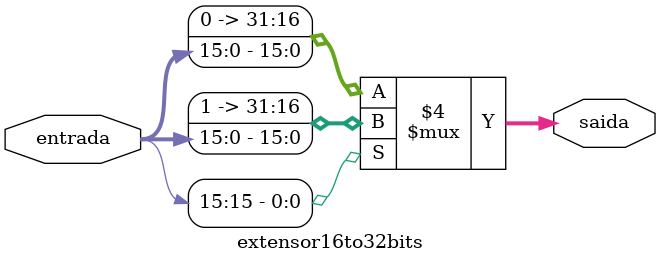
<source format=sv>
module extensor16to32bits(input logic [15:0]entrada, output logic [31:0] saida);

always_comb begin
	if (entrada[15] == 0) begin 
		saida = {16'b0, entrada};
	end
	else begin
		saida = {16'b1111111111111111, entrada};
	end
end
endmodule: extensor16to32bits
</source>
